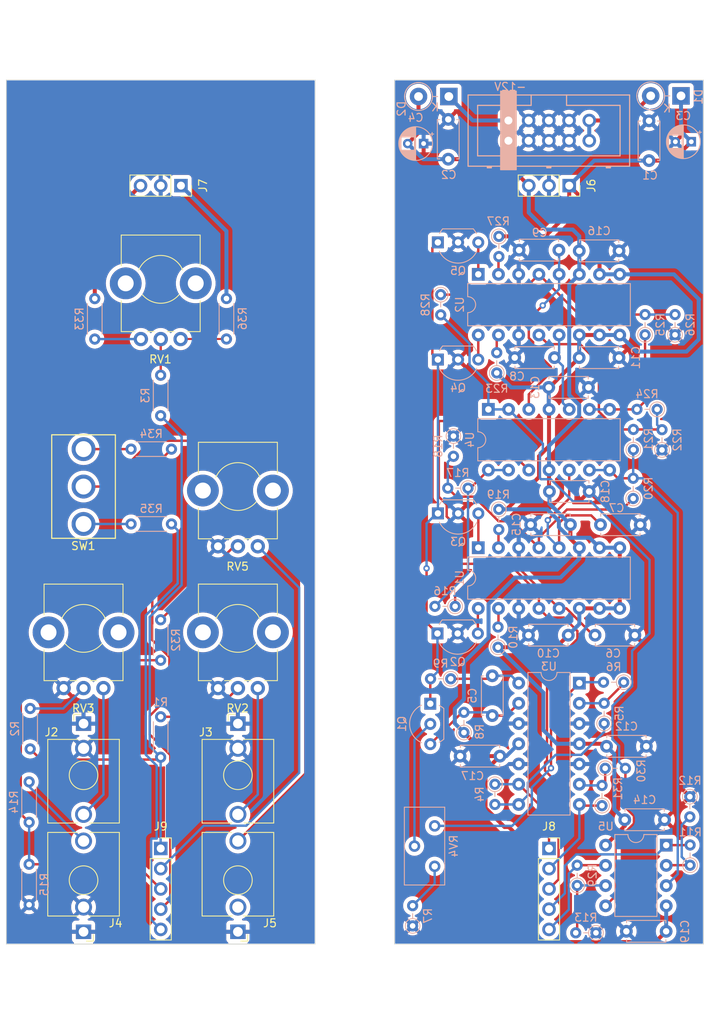
<source format=kicad_pcb>
(kicad_pcb (version 20221018) (generator pcbnew)
  (layers (0 "F.Cu" signal) (31 "B.Cu" signal) (34 "B.Paste" user) (35 "F.Paste" user) (36 "B.SilkS" user "B.Silkscreen") (37 "F.SilkS" user "F.Silkscreen") (38 "B.Mask" user) (39 "F.Mask" user) (44 "Edge.Cuts" user))
  (net 0 "")
  (net 1 "GND")
  (net 2 "+12V")
  (net 3 "-12V")
  (net 5 "Net-(Q1-B)")
  (net 6 "Net-(R33-Pad2)")
  (net 7 "Net-(U1A-DIODE_BIAS)")
  (net 8 "Net-(U1C-DIODE_BIAS)")
  (net 9 "Net-(U2A-DIODE_BIAS)")
  (net 10 "Net-(U2C-DIODE_BIAS)")
  (net 11 "/Exp_Out")
  (net 12 "/Bias_Current")
  (net 13 "/Cout1")
  (net 14 "/Cout2")
  (net 15 "/Cout3")
  (net 16 "/Cout4")
  (net 17 "/12+")
  (net 18 "/12-")
  (net 19 "/CV2")
  (net 20 "/CV1")
  (net 21 "/IN")
  (net 22 "/OUT")
  (net 23 "/Exp_Cout")
  (net 24 "/Amp_C1")
  (net 25 "/Amp_C2")
  (net 26 "/Amp_C3")
  (net 27 "/Amp_C4")
  (net 28 "/CV1_ATN")
  (net 29 "GND1")
  (net 30 "/CV2_ATN")
  (net 31 "/CF_V")
  (net 32 "/CV_FDB")
  (net 33 "/CV_SCLE")
  (net 34 "/1V{slash}Oct")
  (net 35 "/Trim")
  (net 36 "/2P_FDB")
  (net 37 "/4P_FDB")
  (net 38 "+12VA")
  (net 39 "/Buf_Out1")
  (net 40 "/INV2")
  (net 41 "/Buf_Out2")
  (net 42 "/INV3")
  (net 43 "/Buf_Out3")
  (net 44 "/INV4")
  (net 45 "/Buf_Out4")
  (net 46 "/Res_INV")
  (net 47 "-12VA")
  (net 48 "/Res_ATN")
  (net 49 "CV_Sum_Comp")
  (net 50 "Res_Comp")
  (net 51 "Audio_1st_invert_Comp")
  (net 52 "Audio_-12Out_Comp")
  (net 53 "Audio_-24Out_Comp")
  (net 54 "CV_Sum_INT")
  (net 55 "Res_INT")
  (net 56 "Audio_1st_invert_INT")
  (net 57 "Audio_-12Out_INT")
  (net 58 "Audio_-24Out_INT")
  (net 59 "/12out")
  (net 60 "/24out")
  (net 61 "Net-(R36-Pad1)")
  (footprint "Connector_PinSocket_2.54mm:PinSocket_1x05_P2.54mm_Vertical" (layer "F.Cu") (at 185.58 133.77)
    (fp_text reference "J8")
    (fp_text value "Comp2")
  )
  (footprint "Connector_Audio:Jack_3.5mm_QingPu_WQP-PJ398SM_Vertical_CircularHoles" (layer "F.Cu") (at 146.48 118.09)
    (fp_text reference "J3")
    (fp_text value "CV1")
  )
  (footprint "Custom_Footprints.pretty-master:Alpha_9mm_Potentiometer_Aligned" (layer "F.Cu") (at 127.08 106.13)
    (fp_text reference "RV3")
    (fp_text value "100k")
  )
  (footprint "Connector_Audio:Jack_3.5mm_QingPu_WQP-PJ398SM_Vertical_CircularHoles" (layer "F.Cu") (at 127.08 144.23 180)
    (fp_text reference "J4")
    (fp_text value "IN")
  )
  (footprint "Connector_Audio:Jack_3.5mm_QingPu_WQP-PJ398SM_Vertical_CircularHoles" (layer "F.Cu") (at 127.08 118.09)
    (fp_text reference "J2")
    (fp_text value "CV2")
  )
  (footprint "Connector_PinSocket_2.54mm:PinSocket_1x03_P2.54mm_Vertical" (layer "F.Cu") (at 188.12 50.53 -90)
    (fp_text reference "J6")
    (fp_text value "Comp1")
  )
  (footprint "Eurocad:SPDT toggle on-off-on" (layer "F.Cu") (at 127.08 88.32 90)
    (fp_text reference "SW1")
    (fp_text value "SW_SPDT")
  )
  (footprint "Custom_Footprints.pretty-master:Alpha_9mm_Potentiometer_Aligned" (layer "F.Cu") (at 146.48 88.32)
    (fp_text reference "RV5")
    (fp_text value "100k")
  )
  (footprint "Connector_PinSocket_2.54mm:PinSocket_1x03_P2.54mm_Vertical" (layer "F.Cu") (at 139.32 50.53 -90)
    (fp_text reference "J7")
    (fp_text value "Inter1")
  )
  (footprint "Connector_PinSocket_2.54mm:PinSocket_1x05_P2.54mm_Vertical" (layer "F.Cu") (at 136.78 133.77)
    (fp_text reference "J9")
    (fp_text value "Inter2")
  )
  (footprint "Custom_Footprints.pretty-master:Alpha_9mm_Potentiometer_Aligned" (layer "F.Cu") (at 146.48 106.13)
    (fp_text reference "RV2")
    (fp_text value "100k")
  )
  (footprint "Custom_Footprints.pretty-master:Alpha_9mm_Potentiometer_Aligned" (layer "F.Cu") (at 136.78 62.3)
    (fp_text reference "RV1")
    (fp_text value "50k")
  )
  (footprint "Connector_Audio:Jack_3.5mm_QingPu_WQP-PJ398SM_Vertical_CircularHoles" (layer "F.Cu") (at 146.48 144.23 180)
    (fp_text reference "J5")
    (fp_text value "OUT")
  )
  (footprint "Resistor_THT:R_Axial_DIN0204_L3.6mm_D1.6mm_P5.08mm_Horizontal" (layer "B.Cu") (at 120.24 140.83 90)
    (fp_text reference "R15")
    (fp_text value "1k")
  )
  (footprint "Resistor_THT:R_Axial_DIN0204_L3.6mm_D1.6mm_P2.54mm_Vertical" (layer "B.Cu") (at 203.28 127.26 -90)
    (fp_text reference "R12")
    (fp_text value "100k")
  )
  (footprint "Capacitor_THT:C_Disc_D4.7mm_W2.5mm_P5.00mm" (layer "B.Cu") (at 196.37 106.98 180)
    (fp_text reference "C6")
    (fp_text value "100p")
  )
  (footprint "Capacitor_THT:C_Disc_D4.7mm_W2.5mm_P5.00mm" (layer "B.Cu") (at 178.45 112.08 -90)
    (fp_text reference "C5")
    (fp_text value "20p")
  )
  (footprint "Resistor_THT:R_Axial_DIN0204_L3.6mm_D1.6mm_P2.54mm_Vertical" (layer "B.Cu") (at 197.65 69.26 90)
    (fp_text reference "R25")
    (fp_text value "100k")
  )
  (footprint "Capacitor_THT:C_Disc_D4.7mm_W2.5mm_P5.00mm" (layer "B.Cu") (at 172.917182 47.21 90)
    (fp_text reference "C2")
    (fp_text value "0.1u")
  )
  (footprint "Resistor_THT:R_Axial_DIN0204_L3.6mm_D1.6mm_P2.54mm_Vertical" (layer "B.Cu") (at 194.97 112.89 180)
    (fp_text reference "R6")
    (fp_text value "1.87k")
  )
  (footprint "Resistor_THT:R_Axial_DIN0204_L3.6mm_D1.6mm_P2.54mm_Vertical" (layer "B.Cu") (at 201.42 69.26 90)
    (fp_text reference "R26")
    (fp_text value "1k")
  )
  (footprint "Resistor_THT:R_Axial_DIN0204_L3.6mm_D1.6mm_P2.54mm_Vertical" (layer "B.Cu") (at 168.44 143.49 90)
    (fp_text reference "R7")
    (fp_text value "470")
  )
  (footprint "Capacitor_THT:C_Disc_D4.7mm_W2.5mm_P5.00mm" (layer "B.Cu") (at 190.63 88.94 180)
    (fp_text reference "C18")
    (fp_text value "0.1u")
  )
  (footprint "Capacitor_THT:C_Disc_D4.7mm_W2.5mm_P5.00mm" (layer "B.Cu") (at 174.41 122.17)
    (fp_text reference "C17")
    (fp_text value "0.1u")
  )
  (footprint "Package_DIP:DIP-16_W7.62mm" (layer "B.Cu") (at 176.69 61.67 -90)
    (fp_text reference "U2")
    (fp_text value "LM13700")
  )
  (footprint "Resistor_THT:R_Axial_DIN0204_L3.6mm_D1.6mm_P2.54mm_Vertical" (layer "B.Cu") (at 179.17 108.5 90)
    (fp_text reference "R10")
    (fp_text value "150k")
  )
  (footprint "Resistor_THT:R_Axial_DIN0204_L3.6mm_D1.6mm_P2.54mm_Vertical" (layer "B.Cu") (at 173.23 112.46 180)
    (fp_text reference "R9")
    (fp_text value "20k")
  )
  (footprint "Capacitor_THT:C_Disc_D4.7mm_W2.5mm_P5.00mm" (layer "B.Cu") (at 200.1 130.16 180)
    (fp_text reference "C14")
    (fp_text value "0.1u")
  )
  (footprint "Package_DIP:DIP-14_W7.62mm" (layer "B.Cu") (at 177.96 78.63 -90)
    (fp_text reference "U4")
    (fp_text value "TL074")
  )
  (footprint "Diode_THT:D_DO-41_SOD81_P3.81mm_Vertical_KathodeUp" (layer "B.Cu") (at 172.99 39.34 180)
    (fp_text reference "D2")
    (fp_text value "1N5819")
  )
  (footprint "Resistor_THT:R_Axial_DIN0204_L3.6mm_D1.6mm_P5.08mm_Horizontal" (layer "B.Cu") (at 120.37 116.19 -90)
    (fp_text reference "R2")
    (fp_text value "100k")
  )
  (footprint "Resistor_THT:R_Axial_DIN0204_L3.6mm_D1.6mm_P5.08mm_Horizontal" (layer "B.Cu") (at 138.13 83.62 180)
    (fp_text reference "R34")
    (fp_text value "1k")
  )
  (footprint "Resistor_THT:R_Axial_DIN0204_L3.6mm_D1.6mm_P2.54mm_Vertical" (layer "B.Cu") (at 174.89 119.21 90)
    (fp_text reference "R8")
    (fp_text value "1Meg")
  )
  (footprint "Capacitor_THT:C_Disc_D4.7mm_W2.5mm_P5.00mm" (layer "B.Cu") (at 183 106.98)
    (fp_text reference "C10")
    (fp_text value "0.1u")
  )
  (footprint "Resistor_THT:R_Axial_DIN0204_L3.6mm_D1.6mm_P2.54mm_Vertical" (layer "B.Cu") (at 199.78 83.72 90)
    (fp_text reference "R22")
    (fp_text value "1k")
  )
  (footprint "Package_TO_SOT_THT:TO-92L_Inline_Wide" (layer "B.Cu") (at 171.61 57.66)
    (fp_text reference "Q5")
    (fp_text value "2N3906")
  )
  (footprint "Resistor_THT:R_Axial_DIN0204_L3.6mm_D1.6mm_P2.54mm_Vertical" (layer "B.Cu") (at 173.78 103.36 180)
    (fp_text reference "R16")
    (fp_text value "100k")
  )
  (footprint "Resistor_THT:R_Axial_DIN0204_L3.6mm_D1.6mm_P2.54mm_Vertical" (layer "B.Cu") (at 203.31 135.87 90)
    (fp_text reference "R11")
    (fp_text value "1.8k")
  )
  (footprint "Resistor_THT:R_Axial_DIN0204_L3.6mm_D1.6mm_P2.54mm_Vertical" (layer "B.Cu") (at 179.27 91.18 -90)
    (fp_text reference "R19")
    (fp_text value "150k")
  )
  (footprint "Resistor_THT:R_Axial_DIN0204_L3.6mm_D1.6mm_P5.08mm_Horizontal" (layer "B.Cu") (at 136.77 110.13 90)
    (fp_text reference "R32")
    (fp_text value "220k")
  )
  (footprint "Package_DIP:DIP-8_W7.62mm" (layer "B.Cu") (at 200.31 133.35 180)
    (fp_text reference "U5")
    (fp_text value "TL072")
  )
  (footprint "Capacitor_THT:C_Disc_D4.7mm_W2.5mm_P5.00mm" (layer "B.Cu") (at 190.54 75.87 180)
    (fp_text reference "C13")
    (fp_text value "0.1u")
  )
  (footprint "Capacitor_THT:C_Disc_D4.7mm_W2.5mm_P5.00mm" (layer "B.Cu") (at 197.81 120.94 180)
    (fp_text reference "C12")
    (fp_text value "0.1u")
  )
  (footprint "Package_TO_SOT_THT:TO-92L_Inline_Wide" (layer "B.Cu") (at 170.66 115.59 -90)
    (fp_text reference "Q1")
    (fp_text value "2N3906")
  )
  (footprint "Capacitor_THT:C_Disc_D4.7mm_W2.5mm_P5.00mm" (layer "B.Cu") (at 195.3 144.17)
    (fp_text reference "C19")
    (fp_text value "0.1u")
  )
  (footprint "Capacitor_THT:CP_Radial_D4.0mm_P2.00mm" (layer "B.Cu") (at 203.459782 45.02 180)
    (fp_text reference "C3")
    (fp_text value "47u")
  )
  (footprint "Capacitor_THT:C_Disc_D4.7mm_W2.5mm_P5.00mm" (layer "B.Cu") (at 181.27 72.13)
    (fp_text reference "C8")
    (fp_text value "100p")
  )
  (footprint "Resistor_THT:R_Axial_DIN0204_L3.6mm_D1.6mm_P5.08mm_Horizontal" (layer "B.Cu") (at 120.24 125.4 -90)
    (fp_text reference "R14")
    (fp_text value "100k")
  )
  (footprint "Resistor_THT:R_Axial_DIN0204_L3.6mm_D1.6mm_P2.54mm_Vertical" (layer "B.Cu") (at 196.18 83.69 90)
    (fp_text reference "R21")
    (fp_text value "100k")
  )
  (footprint "Custom_Footprints.pretty-master:Eurorack_10_pin_header" (layer "B.Cu") (at 180.48 42.35)
    (fp_text reference "J1" hide)
    (fp_text value "Eurorack 10 DIP Header")
  )
  (footprint "Package_TO_SOT_THT:TO-92L_Inline_Wide" (layer "B.Cu") (at 171.61 72.37)
    (fp_text reference "Q4")
    (fp_text value "2N3906")
  )
  (footprint "Capacitor_THT:C_Disc_D4.7mm_W2.5mm_P5.00mm" (layer "B.Cu") (at 194.37 72.13 180)
    (fp_text reference "C11")
    (fp_text value "0.1u")
  )
  (footprint "Potentiometer_THT:Potentiometer_Bourns_3296Y_Vertical" (layer "B.Cu") (at 171.21 130.93 90)
    (fp_text reference "RV4")
    (fp_text value "100")
  )
  (footprint "Capacitor_THT:C_Disc_D4.7mm_W2.5mm_P5.00mm" (layer "B.Cu") (at 181.82 58.63)
    (fp_text reference "C9")
    (fp_text value "100p")
  )
  (footprint "Resistor_THT:R_Axial_DIN0204_L3.6mm_D1.6mm_P2.54mm_Vertical" (layer "B.Cu") (at 173.57 81.98 -90)
    (fp_text reference "R18")
    (fp_text value "1k")
  )
  (footprint "Package_DIP:DIP-14_W7.62mm" (layer "B.Cu") (at 189.39 113 180)
    (fp_text reference "U3")
    (fp_text value "TL074")
  )
  (footprint "Capacitor_THT:C_Disc_D4.7mm_W2.5mm_P5.00mm" (layer "B.Cu") (at 197.05 93.11 180)
    (fp_text reference "C7")
    (fp_text value "100p")
  )
  (footprint "Capacitor_THT:CP_Radial_D4.0mm_P2.00mm" (layer "B.Cu") (at 169.819782 45.25 180)
    (fp_text reference "C4")
    (fp_text value "47u")
  )
  (footprint "Resistor_THT:R_Axial_DIN0204_L3.6mm_D1.6mm_P2.54mm_Vertical" (layer "B.Cu") (at 192.51 118.07 90)
    (fp_text reference "R5")
    (fp_text value "100k")
  )
  (footprint "Resistor_THT:R_Axial_DIN0204_L3.6mm_D1.6mm_P5.08mm_Horizontal" (layer "B.Cu") (at 138.13 93.02 180)
    (fp_text reference "R35")
    (fp_text value "1k")
  )
  (footprint "Capacitor_THT:C_Disc_D4.7mm_W2.5mm_P5.00mm" (layer "B.Cu") (at 194.38 58.72 180)
    (fp_text reference "C16")
    (fp_text value "0.1u")
  )
  (footprint "Diode_THT:D_DO-41_SOD81_P3.81mm_Vertical_KathodeUp" (layer "B.Cu") (at 202.17 39.26 180)
    (fp_text reference "D1")
    (fp_text value "1N5819")
  )
  (footprint "Resistor_THT:R_Axial_DIN0204_L3.6mm_D1.6mm_P2.54mm_Vertical" (layer "B.Cu") (at 191.48 144.36 180)
    (fp_text reference "R13")
    (fp_text value "100k")
  )
  (footprint "Capacitor_THT:C_Disc_D4.7mm_W2.5mm_P5.00mm" (layer "B.Cu") (at 198.147182 42.39 -90)
    (fp_text reference "C1")
    (fp_text value "0.1u")
  )
  (footprint "Resistor_THT:R_Axial_DIN0204_L3.6mm_D1.6mm_P2.54mm_Vertical" (layer "B.Cu") (at 175.4 88.52 180)
    (fp_text reference "R17")
    (fp_text value "100k")
  )
  (footprint "Resistor_THT:R_Axial_DIN0204_L3.6mm_D1.6mm_P2.54mm_Vertical" (layer "B.Cu") (at 192.24 128.39 90)
    (fp_text reference "R31")
    (fp_text value "100k")
  )
  (footprint "Resistor_THT:R_Axial_DIN0204_L3.6mm_D1.6mm_P5.08mm_Horizontal" (layer "B.Cu") (at 145.04 69.79 90)
    (fp_text reference "R36")
    (fp_text value "27k")
  )
  (footprint "Capacitor_THT:C_Disc_D4.7mm_W2.5mm_P5.00mm" (layer "B.Cu") (at 183.27 93.1)
    (fp_text reference "C15")
    (fp_text value "0.1u")
  )
  (footprint "Resistor_THT:R_Axial_DIN0204_L3.6mm_D1.6mm_P2.54mm_Vertical" (layer "B.Cu") (at 179.01 74.05 90)
    (fp_text reference "R23")
    (fp_text value "150k")
  )
  (footprint "Resistor_THT:R_Axial_DIN0204_L3.6mm_D1.6mm_P2.54mm_Vertical" (layer "B.Cu") (at 199.17 78.62 180)
    (fp_text reference "R24")
    (fp_text value "100k")
  )
  (footprint "Resistor_THT:R_Axial_DIN0204_L3.6mm_D1.6mm_P2.54mm_Vertical" (layer "B.Cu") (at 179.28 56.9 -90)
    (fp_text reference "R27")
    (fp_text value "150k")
  )
  (footprint "Package_TO_SOT_THT:TO-92L_Inline_Wide" (layer "B.Cu") (at 171.62 91.69)
    (fp_text reference "Q3")
    (fp_text value "2N3906")
  )
  (footprint "Resistor_THT:R_Axial_DIN0204_L3.6mm_D1.6mm_P5.08mm_Horizontal" (layer "B.Cu") (at 136.77 117.23 -90)
    (fp_text reference "R1")
    (fp_text value "100k")
  )
  (footprint "Package_DIP:DIP-16_W7.62mm" (layer "B.Cu") (at 176.69 96 -90)
    (fp_text reference "U1")
    (fp_text value "LM13700")
  )
  (footprint "Resistor_THT:R_Axial_DIN0204_L3.6mm_D1.6mm_P2.54mm_Vertical" (layer "B.Cu") (at 189.12 138.41 90)
    (fp_text reference "R29")
    (fp_text value "3.9k")
  )
  (footprint "Resistor_THT:R_Axial_DIN0204_L3.6mm_D1.6mm_P2.54mm_Vertical" (layer "B.Cu") (at 196.16 89.82 90)
    (fp_text reference "R20")
    (fp_text value "100k")
  )
  (footprint "Resistor_THT:R_Axial_DIN0204_L3.6mm_D1.6mm_P5.08mm_Horizontal" (layer "B.Cu") (at 128.49 64.72 -90)
    (fp_text reference "R33")
    (fp_text value "27k")
  )
  (footprint "Resistor_THT:R_Axial_DIN0204_L3.6mm_D1.6mm_P2.54mm_Vertical" (layer "B.Cu") (at 178.78 125.7 -90)
    (fp_text reference "R4")
    (fp_text value "100k")
  )
  (footprint "Resistor_THT:R_Axial_DIN0204_L3.6mm_D1.6mm_P2.54mm_Vertical" (layer "B.Cu") (at 192.64 123.7)
    (fp_text reference "R30")
    (fp_text value "10k")
  )
  (footprint "Package_TO_SOT_THT:TO-92L_Inline_Wide" (layer "B.Cu") (at 171.56 106.77)
    (fp_text reference "Q2")
    (fp_text value "2N3906")
  )
  (footprint "Resistor_THT:R_Axial_DIN0204_L3.6mm_D1.6mm_P5.08mm_Horizontal" (layer "B.Cu") (at 136.77 74.34 -90)
    (fp_text reference "R3")
    (fp_text value "100k")
  )
  (footprint "Resistor_THT:R_Axial_DIN0204_L3.6mm_D1.6mm_P2.54mm_Vertical" (layer "B.Cu") (at 171.97 64.22 -90)
    (fp_text reference "R28")
    (fp_text value "100k")
  )
  (gr_line (start 117.38 37.27) (end 117.38 145.77) (stroke (width 0.1)) (layer "Edge.Cuts"))
  (gr_line (start 166.18 37.27) (end 204.98 37.27) (stroke (width 0.1)) (layer "Edge.Cuts"))
  (gr_line (start 166.18 145.77) (end 204.98 145.77) (stroke (width 0.1)) (layer "Edge.Cuts"))
  (gr_line (start 156.18 145.77) (end 156.18 37.27) (stroke (width 0.1)) (layer "Edge.Cuts"))
  (gr_line (start 204.98 145.77) (end 204.98 37.27) (stroke (width 0.1)) (layer "Edge.Cuts"))
  (gr_line (start 166.18 37.27) (end 166.18 145.77) (stroke (width 0.1)) (layer "Edge.Cuts"))
  (gr_line (start 117.38 145.77) (end 156.18 145.77) (stroke (width 0.1)) (layer "Edge.Cuts"))
  (gr_line (start 117.38 37.27) (end 156.18 37.27) (stroke (width 0.1)) (layer "Edge.Cuts"))
  (segment (start 194.47 103.62) (end 194.47 96) (width 0.5) (layer "F.Cu") (net 2))
  (segment (start 184.33 87.109949) (end 184.33 84.52) (width 0.5) (layer "F.Cu") (net 2))
  (segment (start 192.49 120.62) (end 192.81 120.94) (width 0.5) (layer "F.Cu") (net 2))
  (segment (start 180.259949 91.18) (end 184.33 87.109949) (width 0.5) (layer "F.Cu") (net 2))
  (segment (start 198.147182 47.39) (end 201.089782 47.39) (width 0.5) (layer "F.Cu") (net 2))
  (segment (start 195.1 130.94) (end 192.69 133.35) (width 0.5) (layer "F.Cu") (net 2))
  (segment (start 185.58 83.25) (end 185.58 78.63) (width 0.5) (layer "F.Cu") (net 2))
  (segment (start 185.1 56.9) (end 188.12 53.88) (width 0.5) (layer "F.Cu") (net 2))
  (segment (start 189.39 120.62) (end 192.49 120.62) (width 0.5) (layer "F.Cu") (net 2))
  (segment (start 189.39 103.62) (end 191.93 103.62) (width 0.5) (layer "F.Cu") (net 2))
  (segment (start 191.93 61.67) (end 191.93 54.34) (width 0.5) (layer "F.Cu") (net 2))
  (segment (start 188.12 53.88) (end 188.12 50.53) (width 0.5) (layer "F.Cu") (net 2))
  (segment (start 186.48 108.5) (end 179.17 108.5) (width 0.5) (layer "F.Cu") (net 2))
  (segment (start 189.37 72.13) (end 185.63 75.87) (width 0.5) (layer "F.Cu") (net 2))
  (segment (start 179.28 56.9) (end 185.1 56.9) (width 0.5) (layer "F.Cu") (net 2))
  (segment (start 201.089782 47.39) (end 203.459782 45.02) (width 0.5) (layer "F.Cu") (net 2))
  (segment (start 191.93 54.34) (end 188.12 50.53) (width 0.5) (layer "F.Cu") (net 2))
  (segment (start 179.27 91.18) (end 180.259949 91.18) (width 0.5) (layer "F.Cu") (net 2))
  (segment (start 189.39 69.29) (end 191.93 69.29) (width 0.5) (layer "F.Cu") (net 2))
  (segment (start 195.1 130.16) (end 195.1 130.94) (width 0.5) (layer "F.Cu") (net 2))
  (segment (start 188 106.98) (end 186.48 108.5) (width 0.5) (layer "F.Cu") (net 2))
  (segment (start 184.32 84.51) (end 185.58 83.25) (width 0.5) (layer "F.Cu") (net 2))
  (segment (start 185.63 75.87) (end 185.54 75.87) (width 0.5) (layer "F.Cu") (net 2))
  (segment (start 185.54 75.87) (end 180.83 75.87) (width 0.5) (layer "B.Cu") (net 2))
  (segment (start 184.87 118.91) (end 184.87 114.2) (width 0.5) (layer "B.Cu") (net 2))
  (segment (start 189.39 120.62) (end 186.58 120.62) (width 0.5) (layer "B.Cu") (net 2))
  (segment (start 191.93 103.62) (end 194.47 103.62) (width 0.5) (layer "B.Cu") (net 2))
  (segment (start 180.83 75.87) (end 179.01 74.05) (width 0.5) (layer "B.Cu") (net 2))
  (segment (start 191.26 47.39) (end 188.12 50.53) (width 0.5) (layer "B.Cu") (net 2))
  (segment (start 184.87 114.2) (end 179.17 108.5) (width 0.5) (layer "B.Cu") (net 2))
  (segment (start 185.36005 91.18) (end 179.27 91.18) (width 0.5) (layer "B.Cu") (net 2))
  (segment (start 185.54 75.87) (end 185.54 78.59) (width 0.5) (layer "B.Cu") (net 2))
  (segment (start 185.54 78.59) (end 185.58 78.63) (width 0.5) (layer "B.Cu") (net 2))
  (segment (start 186.820025 92.639975) (end 185.36005 91.18) (width 0.5) (layer "B.Cu") (net 2))
  (segment (start 202.86 71.37) (end 204.39 69.84) (width 0.5) (layer "B.Cu") (net 2))
  (segment (start 190.68 94.75) (end 188.152233 94.75) (width 0.5) (layer "B.Cu") (net 2))
  (segment (start 192.81 120.94) (end 193.79 121.92) (width 0.5) (layer "B.Cu") (net 2))
  (segment (start 202.17 39.26) (end 202.17 43.730218) (width 0.5) (layer "B.Cu") (net 2))
  (segment (start 191.93 69.29) (end 194.47 69.29) (width 0.5) (layer "B.Cu") (net 2))
  (segment (start 186.58 120.62) (end 184.87 118.91) (width 0.5) (layer "B.Cu") (net 2))
  (segment (start 186.820025 93.417792) (end 186.820025 92.639975) (width 0.5) (layer "B.Cu") (net 2))
  (segment (start 202.17 43.730218) (end 203.459782 45.02) (width 0.5) (layer "B.Cu") (net 2))
  (segment (start 194.47 61.67) (end 191.93 61.67) (width 0.5) (layer "B.Cu") (net 2))
  (segment (start 189.37 69.31) (end 189.39 69.29) (width 0.5) (layer "B.Cu") (net 2))
  (segment (start 204.44 64.83) (end 201.28 61.67) (width 0.5) (layer "B.Cu") (net 2))
  (segment (start 191.93 96) (end 190.68 94.75) (width 0.5) (layer "B.Cu") (net 2))
  (segment (start 191.93 96) (end 194.47 96) (width 0.5) (layer "B.Cu") (net 2))
  (segment (start 189.39 103.62) (end 189.39 105.59) (width 0.5) (layer "B.Cu") (net 2))
  (segment (start 188.152233 94.75) (end 186.820025 93.417792) (width 0.5) (layer "B.Cu") (net 2))
  (segment (start 204.39 69.84) (end 204.39 64.88) (width 0.5) (layer "B.Cu") (net 2))
  (segment (start 204.39 64.88) (end 204.44 64.83) (width 0.5) (layer "B.Cu") (net 2))
  (segment (start 201.28 61.67) (end 194.47 61.67) (width 0.5) (layer "B.Cu") (net 2))
  (segment (start 194.47 69.29) (end 196.55 71.37) (width 0.5) (layer "B.Cu") (net 2))
  (segment (start 198.147182 47.39) (end 191.26 47.39) (width 0.5) (layer "B.Cu") (net 2))
  (segment (start 189.39 105.59) (end 188 106.98) (width 0.5) (layer "B.Cu") (net 2))
  (segment (start 193.79 121.92) (end 193.79 128.85) (width 0.5) (layer "B.Cu") (net 2))
  (segment (start 189.37 72.13) (end 189.37 69.31) (width 0.5) (layer "B.Cu") (net 2))
  (segment (start 196.55 71.37) (end 202.86 71.37) (width 0.5) (layer "B.Cu") (net 2))
  (segment (start 193.79 128.85) (end 195.1 130.16) (width 0.5) (layer "B.Cu") (net 2))
  (segment (start 169.18 39.34) (end 169.18 43.889782) (width 0.5) (layer "F.Cu") (net 3))
  (segment (start 172.917182 47.21) (end 179.72 47.21) (width 0.5) (layer "F.Cu") (net 3))
  (segment (start 179.72 47.21) (end 183.04 50.53) (width 0.5) (layer "F.Cu") (net 3))
  (segment (start 188.27 94.88) (end 189.39 96) (width 0.5) (layer "F.Cu") (net 3))
  (segment (start 177.6 128.686346) (end 177.6 123.98) (width 0.5) (layer "F.Cu") (net 3))
  (segment (start 185.58 88.89) (end 185.63 88.94) (width 0.5) (layer "F.Cu") (net 3))
  (segment (start 185.58 86.25) (end 185.58 88.89) (width 0.5) (layer "F.Cu") (net 3))
  (segment (start 198.95 145.52) (end 200.3 144.17) (width 0.5) (layer "F.Cu") (net 3))
  (segment (start 179.983654 131.07) (end 177.6 128.686346) (width 0.5) (layer "F.Cu") (net 3))
  (segment (start 177.6 123.98) (end 179.41 122.17) (width 0.5) (layer "F.Cu") (net 3))
  (segment (start 183.785 144.825) (end 184.48 145.52) (width 0.5) (layer "F.Cu") (net 3))
  (segment (start 183.785 134.335) (end 180.52 131.07) (width 0.5) (layer "F.Cu") (net 3))
  (segment (start 177.85 122.17) (end 174.89 119.21) (width 0.5) (layer "F.Cu") (net 3))
  (segment (start 179.41 122.17) (end 177.85 122.17) (width 0.5) (layer "F.Cu") (net 3))
  (segment (start 183.785 144.825) (end 183.785 134.335) (width 0.5) (layer "F.Cu") (net 3))
  (segment (start 188.27 93.1) (end 188.27 94.88) (width 0.5) (layer "F.Cu") (net 3))
  (segment (start 169.18 43.889782) (end 167.819782 45.25) (width 0.5) (layer "F.Cu") (net 3))
  (segment (start 180.52 131.07) (end 179.983654 131.07) (width 0.5) (layer "F.Cu") (net 3))
  (segment (start 184.48 145.52) (end 198.95 145.52) (width 0.5) (layer "F.Cu") (net 3))
  (segment (start 189.37 79.41) (end 189.37 78.072233) (width 0.5) (layer "B.Cu") (net 3))
  (segment (start 187.02 99.75) (end 181.3 99.75) (width 0.5) (layer "B.Cu") (net 3))
  (segment (start 181.3 99.75) (end 177.98 103.07) (width 0.5) (layer "B.Cu") (net 3))
  (segment (start 188.56 56.05) (end 189.38 56.87) (width 0.5) (layer "B.Cu") (net 3))
  (segment (start 169.779782 47.21) (end 172.917182 47.21) (width 0.5) (layer "B.Cu") (net 3))
  (segment (start 189.37 78.072233) (end 188.12 76.822233) (width 0.5) (layer "B.Cu") (net 3))
  (segment (start 189.39 97.38) (end 187.02 99.75) (width 0.5) (layer "B.Cu") (net 3))
  (segment (start 200.31 140.97) (end 200.31 144.16) (width 0.5) (layer "B.Cu") (net 3))
  (segment (start 183.04 53.93) (end 185.16 56.05) (width 0.5) (layer "B.Cu") (net 3))
  (segment (start 188.12 62.94) (end 189.39 61.67) (width 0.5) (layer "B.Cu") (net 3))
  (segment (start 180.22 122.17) (end 181.77 120.62) (width 0.5) (layer "B.Cu") (net 3))
  (segment (start 177.98 107.29) (end 174.89 110.38) (width 0.5) (layer "B.Cu") (net 3))
  (segment (start 173.74 118.06) (end 174.89 119.21) (width 0.5) (layer "B.Cu") (net 3))
  (segment (start 185.63 90.46) (end 188.27 93.1) (width 0.5) (layer "B.Cu") (net 3))
  (segment (start 177.98 103.07) (end 177.98 107.29) (width 0.5) (layer "B.Cu") (net 3))
  (segment (start 189.38 56.87) (end 189.38 58.72) (width 0.5) (layer "B.Cu") (net 3))
  (segment (start 189.39 96) (end 189.39 97.38) (width 0.5) (layer "B.Cu") (net 3))
  (segment (start 185.58 86.25) (end 185.58 83.2) (width 0.5) (layer "B.Cu") (net 3))
  (segment (start 189.39 61.67) (end 189.39 58.73) (width 0.5) (layer "B.Cu") (net 3))
  (segment (start 200.31 144.16) (end 200.3 144.17) (width 0.5) (layer "B.Cu") (net 3))
  (segment (start 179.41 122.17) (end 180.22 122.17) (width 0.5) (layer "B.Cu") (net 3))
  (segment (start 185.58 83.2) (end 189.37 79.41) (width 0.5) (layer "B.Cu") (net 3))
  (segment (start 173.74 116.193654) (end 173.74 118.06) (width 0.5) (layer "B.Cu") (net 3))
  (segment (start 183.04 50.53) (end 183.04 53.93) (width 0.5) (layer "B.Cu") (net 3))
  (segment (start 185.63 88.94) (end 185.63 90.46) (width 0.5) (layer "B.Cu") (net 3))
  (segment (start 185.16 56.05) (end 188.56 56.05) (width 0.5) (layer "B.Cu") (net 3))
  (segment (start 188.12 76.822233) (end 188.12 62.94) (width 0.5) (layer "B.Cu") (net 3))
  (segment (start 189.39 58.73) (end 189.38 58.72) (width 0.5) (layer "B.Cu") (net 3))
  (segment (start 167.819782 45.25) (end 169.779782 47.21) (width 0.5) (layer "B.Cu") (net 3))
  (segment (start 174.89 115.043654) (end 173.74 116.193654) (width 0.5) (layer "B.Cu") (net 3))
  (segment (start 174.89 110.38) (end 174.89 115.043654) (width 0.5) (layer "B.Cu") (net 3))
  (segment (start 168.67 133.47) (end 168.67 120.12) (width 0.3) (layer "B.Cu") (net 5))
  (segment (start 168.67 120.12) (end 170.66 118.13) (width 0.3) (layer "B.Cu") (net 5))
  (segment (start 134.28 69.8) (end 128.49 69.8) (width 0.3) (layer "B.Cu") (net 6))
  (segment (start 179.23 103.62) (end 179.23 105.9) (width 0.3) (layer "F.Cu") (net 7))
  (segment (start 179.23 105.9) (end 179.17 105.96) (width 0.3) (layer "F.Cu") (net 7))
  (segment (start 179.23 96) (end 179.23 93.76) (width 0.3) (layer "F.Cu") (net 8))
  (segment (start 179.23 93.76) (end 179.27 93.72) (width 0.3) (layer "F.Cu") (net 8))
  (segment (start 179.01 71.51) (end 179.01 69.51) (width 0.3) (layer "F.Cu") (net 9))
  (segment (start 179.01 69.51) (end 179.23 69.29) (width 0.3) (layer "F.Cu") (net 9))
  (segment (start 179.23 61.67) (end 179.23 59.49) (width 0.3) (layer "F.Cu") (net 10))
  (segment (start 179.23 59.49) (end 179.28 59.44) (width 0.3) (layer "F.Cu") (net 10))
  (segment (start 178.07 112.46) (end 178.45 112.08) (width 0.3) (layer "F.Cu") (net 11))
  (segment (start 173.23 112.46) (end 178.07 112.46) (width 0.3) (layer "F.Cu") (net 11))
  (segment (start 180.85 112.08) (end 181.77 113) (width 0.3) (layer "B.Cu") (net 11))
  (segment (start 178.45 112.08) (end 180.85 112.08) (width 0.3) (layer "B.Cu") (net 11))
  (segment (start 178.45 117.08) (end 180.23 117.08) (width 0.3) (layer "F.Cu") (net 12))
  (segment (start 180.23 117.08) (end 181.77 115.54) (width 0.3) (layer "F.Cu") (net 12))
  (segment (start 174.66 116.67) (end 174.89 116.67) (width 0.3) (layer "F.Cu") (net 12))
  (segment (start 170.66 120.67) (end 174.66 116.67) (width 0.3) (layer "F.Cu") (net 12))
  (segment (start 174.89 116.67) (end 178.04 116.67) (width 0.3) (layer "B.Cu") (net 12))
  (segment (start 178.04 116.67) (end 178.45 117.08) (width 0.3) (layer "B.Cu") (net 12))
  (segment (start 191.123654 106.98) (end 187.763654 103.62) (width 0.3) (layer "F.Cu") (net 13))
  (segment (start 179.235 82.445) (end 177.265 82.445) (width 0.3) (layer "F.Cu") (net 13))
  (segment (start 172.72 90.59) (end 172.72 92.082894) (width 0.3) (layer "F.Cu") (net 13))
  (segment (start 171.73 89.6) (end 172.72 90.59) (width 0.3) (layer "F.Cu") (net 13))
  (segment (start 175.46 80.09) (end 171.84 80.09) (width 0.3) (layer "F.Cu") (net 13))
  (segment (start 171.73 80.2) (end 171.73 89.6) (width 0.3) (layer "F.Cu") (net 13))
  (segment (start 173.23 98.02) (end 181.25 98.02) (width 0.3) (layer "F.Cu") (net 13))
  (segment (start 177.265 82.445) (end 175.46 80.64) (width 0.3) (layer "F.Cu") (net 13))
  (segment (start 173.23 92.592894) (end 173.23 98.02) (width 0.3) (layer "F.Cu") (net 13))
  (segment (start 187.763654 103.62) (end 186.85 103.62) (width 0.3) (layer "F.Cu") (net 13))
  (segment (start 172.72 92.082894) (end 173.23 92.592894) (width 0.3) (layer "F.Cu") (net 13))
  (segment (start 175.46 80.64) (end 175.46 80.09) (width 0.3) (layer "F.Cu") (net 13))
  (segment (start 191.37 106.98) (end 191.123654 106.98) (width 0.3) (layer "F.Cu") (net 13))
  (segment (start 183.04 86.25) (end 179.235 82.445) (width 0.3) (layer "F.Cu") (net 13))
  (segment (start 181.25 98.02) (end 186.85 103.62) (width 0.3) (layer "F.Cu") (net 13))
  (segment (start 171.84 80.09) (end 171.73 80.2) (width 0.3) (layer "F.Cu") (net 13))
  (segment (start 186.85 92.893654) (end 187.803654 91.94) (width 0.3) (layer "F.Cu") (net 14))
  (segment (start 188.12 89.823654) (end 188.096827 89.846827) (width 0.3) (layer "F.Cu") (net 14))
  (segment (start 190.88 91.94) (end 192.05 93.11) (width 0.3) (layer "F.Cu") (net 14))
  (segment (start 188.12 86.25) (end 188.12 89.823654) (width 0.3) (layer "F.Cu") (net 14))
  (segment (start 186.85 96) (end 186.85 92.893654) (width 0.3) (layer "F.Cu") (net 14))
  (segment (start 185.428297 92.515357) (end 185.428297 92.548297) (width 0.3) (layer "F.Cu") (net 14))
  (segment (start 187.803654 91.94) (end 190.88 91.94) (width 0.3) (layer "F.Cu") (net 14))
  (segment (start 188.096827 89.846827) (end 185.428297 92.515357) (width 0.3) (layer "F.Cu") (net 14))
  (via (at 185.428297 92.548297) (size 0.8) (drill 0.4) (layers "F.Cu" "B.Cu") (net 14))
  (segment (start 185.428297 92.548297) (end 185.428297 94.578297) (width 0.3) (layer "B.Cu") (net 14))
  (segment (start 185.428297 94.578297) (end 186.85 96) (width 0.3) (layer "B.Cu") (net 14))
  (segment (start 187.320001 73.180001) (end 186.27 72.13) (width 0.3) (layer "B.Cu") (net 15))
  (segment (start 188.12 78.63) (end 187.320001 77.830001) (width 0.3) (layer "B.Cu") (net 15))
  (segment (start 186.85 71.55) (end 186.27 72.13) (width 0.3) (layer "B.Cu") (net 15))
  (segment (start 187.320001 77.830001) (end 187.320001 73.180001) (width 0.3) (layer "B.Cu") (net 15))
  (segment (start 186.85 69.29) (end 186.85 71.55) (width 0.3) (layer "B.Cu") (net 15))
  (segment (start 183.04 67.33) (end 184.79 65.58) (width 0.3) (layer "F.Cu") (net 16))
  (segment (start 183.586827 71.073173) (end 183.586827 70.193173) (width 0.3) (layer "F.Cu") (net 16))
  (segment (start 185.793654 73.99) (end 185.793654 73.28) (width 0.3) (layer "F.Cu") (net 16))
  (segment (start 185.793654 73.28) (end 183.586827 71.073173) (width 0.3) (layer "F.Cu") (net 16))
  (segment (start 183.04 76.743654) (end 185.793654 73.99) (width 0.3) (layer "F.Cu") (net 16))
  (segment (start 183.586827 70.193173) (end 183.04 69.646346) (width 0.3) (layer "F.Cu") (net 16))
  (segment (start 183.04 78.63) (end 183.04 76.743654) (width 0.3) (layer "F.Cu") (net 16))
  (segment (start 183.04 69.646346) (end 183.04 67.33) (width 0.3) (layer "F.Cu") (net 16))
  (via (at 184.79 65.58) (size 0.8) (drill 0.4) (layers "F.Cu" "B.Cu") (net 16))
  (segment (start 186.85 58.66) (end 186.82 58.63) (width 0.3) (layer "B.Cu") (net 16))
  (segment (start 186.85 61.67) (end 186.85 58.66) (width 0.3) (layer "B.Cu") (net 16))
  (segment (start 186.85 63.52) (end 186.85 61.67) (width 0.3) (layer "B.Cu") (net 16))
  (segment (start 184.79 65.58) (end 186.85 63.52) (width 0.3) (layer "B.Cu") (net 16))
  (segment (start 190.64 42.35) (end 195.27 42.35) (width 0.5) (layer "F.Cu") (net 17))
  (segment (start 195.27 42.35) (end 198.36 39.26) (width 0.5) (layer "F.Cu") (net 17))
  (segment (start 190.64 42.35) (end 190.64 44.89) (width 0.5) (layer "B.Cu") (net 17))
  (segment (start 180.48 42.35) (end 180.48 44.89) (width 0.5) (layer "F.Cu") (net 18))
  (segment (start 180.48 42.35) (end 176 42.35) (width 0.5) (layer "B.Cu") (net 18))
  (segment (start 176 42.35) (end 172.99 39.34) (width 0.5) (layer "B.Cu") (net 18))
  (segment (start 127.08 129.49) (end 129.58 126.99) (width 0.3) (layer "B.Cu") (net 19))
  (segment (start 129.58 126.99) (end 129.58 113.63) (width 0.3) (layer "B.Cu") (net 19))
  (segment (start 148.98 126.99) (end 148.98 113.63) (width 0.3) (layer "B.Cu") (net 20))
  (segment (start 146.48 129.49) (end 148.98 126.99) (width 0.3) (layer "B.Cu") (net 20))
  (segment (start 127.08 132.83) (end 120.24 125.99) (width 0.3) (layer "B.Cu") (net 21))
  (segment (start 120.24 125.99) (end 120.24 125.4) (width 0.3) (layer "B.Cu") (net 21))
  (segment (start 146.48 132.83) (end 154.95 124.36) (width 0.3) (layer "F.Cu") (net 22))
  (segment (start 135.584925 82.57) (end 129.834925 88.32) (width 0.3) (layer "F.Cu") (net 22))
  (segment (start 129.834925 88.32) (end 127.08 88.32) (width 0.3) (layer "F.Cu") (net 22))
  (segment (start 154.95 124.36) (end 154.95 87.63) (width 0.3) (layer "F.Cu") (net 22))
  (segment (start 154.95 87.63) (end 149.89 82.57) (width 0.3) (layer "F.Cu") (net 22))
  (segment (start 149.89 82.57) (end 135.584925 82.57) (width 0.3) (layer "F.Cu") (net 22))
  (segment (start 171.61 72.37) (end 170.92 71.68) (width 0.3) (layer "F.Cu") (net 23))
  (segment (start 170.92 58.35) (end 171.61 57.66) (width 0.3) (layer "F.Cu") (net 23))
  (segment (start 170.92 71.68) (end 170.92 58.35) (width 0.3) (layer "F.Cu") (net 23))
  (segment (start 170.19 105.4) (end 170.19 98.59) (width 0.3) (layer "F.Cu") (net 23))
  (segment (start 170.66 115.59) (end 170.66 112.49) (width 0.3) (layer "F.Cu") (net 23))
  (segment (start 171.56 106.77) (end 170.19 105.4) (width 0.3) (layer "F.Cu") (net 23))
  (segment (start 170.66 112.49) (end 170.69 112.46) (width 0.3) (layer "F.Cu") (net 23))
  (via (at 170.19 98.59) (size 0.8) (drill 0.4) (layers "F.Cu" "B.Cu") (net 23))
  (segment (start 171.46 91.69) (end 171.62 91.69) (width 0.3) (layer "B.Cu") (net 23))
  (segment (start 171.62 72.38) (end 171.61 72.37) (width 0.3) (layer "B.Cu") (net 23))
  (segment (start 171.62 91.69) (end 171.62 72.38) (width 0.3) (layer "B.Cu") (net 23))
  (segment (start 171.56 111.59) (end 170.69 112.46) (width 0.3) (layer "B.Cu") (net 23))
  (segment (start 170.19 98.59) (end 170.19 92.96) (width 0.3) (layer "B.Cu") (net 23))
  (segment (start 171.56 106.77) (end 171.56 111.59) (width 0.3) (layer "B.Cu") (net 23))
  (segment (start 170.19 92.96) (end 171.46 91.69) (width 0.3) (layer "B.Cu") (net 23))
  (segment (start 176.64 106.77) (end 176.64 103.67) (width 0.3) (layer "F.Cu") (net 24))
  (segment (start 176.64 103.67) (end 176.69 103.62) (width 0.3) (layer "F.Cu") (net 24))
  (segment (start 176.7 95.99) (end 176.69 96) (width 0.3) (layer "F.Cu") (net 25))
  (segment (start 176.7 91.69) (end 176.7 95.99) (width 0.3) (layer "F.Cu") (net 25))
  (segment (start 176.69 72.37) (end 176.69 69.29) (width 0.3) (layer "F.Cu") (net 26))
  (segment (start 176.69 57.66) (end 176.69 61.67) (width 0.3) (layer "F.Cu") (net 27))
  (segment (start 146.48 113.63) (end 142.88 117.23) (width 0.3) (layer "F.Cu") (net 28))
  (segment (start 142.88 117.23) (end 136.77 117.23) (width 0.3) (layer "F.Cu") (net 28))
  (segment (start 127.08 113.63) (end 124.52 116.19) (width 0.3) (layer "B.Cu") (net 30))
  (segment (start 124.52 116.19) (end 120.37 116.19) (width 0.3) (layer "B.Cu") (net 30))
  (segment (start 136.78 69.8) (end 136.78 74.33) (width 0.3) (layer "F.Cu") (net 31))
  (segment (start 136.78 74.33) (end 136.77 74.34) (width 0.3) (layer "F.Cu") (net 31))
  (segment (start 178.78 128.24) (end 181.77 128.24) (width 0.3) (layer "B.Cu") (net 32))
  (segment (start 182.92 127.09) (end 181.77 128.24) (width 0.3) (layer "B.Cu") (net 32))
  (segment (start 192.51 119.126346) (end 189.626346 122.01) (width 0.3) (layer "B.Cu") (net 32))
  (segment (start 186.41 122.01) (end 182.92 125.5) (width 0.3) (layer "B.Cu") (net 32))
  (segment (start 182.92 125.5) (end 182.92 127.09) (width 0.3) (layer "B.Cu") (net 32))
  (segment (start 189.626346 122.01) (end 186.41 122.01) (width 0.3) (layer "B.Cu") (net 32))
  (segment (start 192.51 118.07) (end 192.51 119.126346) (width 0.3) (layer "B.Cu") (net 32))
  (segment (start 194.97 113.07) (end 194.97 112.89) (width 0.3) (layer "F.Cu") (net 33))
  (segment (start 192.51 115.53) (end 194.97 113.07) (width 0.3) (layer "F.Cu") (net 33))
  (segment (start 192.51 115.53) (end 189.4 115.53) (width 0.3) (layer "B.Cu") (net 33))
  (segment (start 189.4 115.53) (end 189.39 115.54) (width 0.3) (layer "B.Cu") (net 33))
  (segment (start 185.83 123.68) (end 185.83 116.56) (width 0.3) (layer "F.Cu") (net 34))
  (segment (start 185.83 116.56) (end 189.39 113) (width 0.3) (layer "F.Cu") (net 34))
  (via (at 185.83 123.68) (size 0.8) (drill 0.4) (layers "F.Cu" "B.Cu") (net 34))
  (segment (start 183.42 128.456346) (end 183.42 126.09) (width 0.3) (layer "B.Cu") (net 34))
  (segment (start 180.946346 130.93) (end 183.42 128.456346) (width 0.3) (layer "B.Cu") (net 34))
  (segment (start 171.21 130.93) (end 180.946346 130.93) (width 0.3) (layer "B.Cu") (net 34))
  (segment (start 183.42 126.09) (end 185.83 123.68) (width 0.3) (layer "B.Cu") (net 34))
  (segment (start 192.43 112.89) (end 189.5 112.89) (width 0.3) (layer "B.Cu") (net 34))
  (segment (start 189.5 112.89) (end 189.39 113) (width 0.3) (layer "B.Cu") (net 34))
  (segment (start 171.21 138.18) (end 171.21 136.01) (width 0.3) (layer "B.Cu") (net 35))
  (segment (start 168.44 140.95) (end 171.21 138.18) (width 0.3) (layer "B.Cu") (net 35))
  (segment (start 203.31 135.87) (end 200.33 135.87) (width 0.3) (layer "F.Cu") (net 36))
  (segment (start 200.33 135.87) (end 200.31 135.89) (width 0.3) (layer "F.Cu") (net 36))
  (segment (start 202.26 130.82) (end 202.26 134.82) (width 0.3) (layer "B.Cu") (net 36))
  (segment (start 203.28 129.8) (end 202.26 130.82) (width 0.3) (layer "B.Cu") (net 36))
  (segment (start 202.26 134.82) (end 203.31 135.87) (width 0.3) (layer "B.Cu") (net 36))
  (segment (start 189.12 138.41) (end 189.12 144.18) (width 0.3) (layer "F.Cu") (net 37))
  (segment (start 189.12 144.18) (end 188.94 144.36) (width 0.3) (layer "F.Cu") (net 37))
  (segment (start 192.67 138.41) (end 192.69 138.43) (width 0.3) (layer "B.Cu") (net 37))
  (segment (start 189.12 138.41) (end 192.67 138.41) (width 0.3) (layer "B.Cu") (net 37))
  (segment (start 145.04 64.71) (end 145.04 56.25) (width 0.5) (layer "B.Cu") (net 38))
  (segment (start 145.04 56.25) (end 139.32 50.53) (width 0.5) (layer "B.Cu") (net 38))
  (segment (start 177.96 86.25) (end 175.69 88.52) (width 0.3) (layer "F.Cu") (net 39))
  (segment (start 175.69 88.52) (end 175.4 88.52) (width 0.3) (layer "F.Cu") (net 39))
  (segment (start 175.4 99.2) (end 175.4 88.52) (width 0.3) (layer "B.Cu") (net 39))
  (segment (start 171.24 103.36) (end 175.4 99.2) (width 0.3) (layer "B.Cu") (net 39))
  (segment (start 180.5 86.25) (end 177.96 86.25) (width 0.3) (layer "B.Cu") (net 39))
  (segment (start 184.31 96) (end 180.98 92.67) (width 0.3) (layer "F.Cu") (net 40))
  (segment (start 194.776726 91.203274) (end 196.16 89.82) (width 0.3) (layer "F.Cu") (net 40))
  (segment (start 176.155635 89.59) (end 173.93 89.59) (width 0.3) (layer "F.Cu") (net 40))
  (segment (start 173.93 89.59) (end 172.86 88.52) (width 0.3) (layer "F.Cu") (net 40))
  (segment (start 184.31 94.726548) (end 187.833274 91.203274) (width 0.3) (layer "F.Cu") (net 40))
  (segment (start 179.235635 92.67) (end 176.155635 89.59) (width 0.3) (layer "F.Cu") (net 40))
  (segment (start 180.98 92.67) (end 179.235635 92.67) (width 0.3) (layer "F.Cu") (net 40))
  (segment (start 187.833274 91.203274) (end 194.776726 91.203274) (width 0.3) (layer "F.Cu") (net 40))
  (segment (start 184.31 96) (end 184.31 94.726548) (width 0.3) (layer "F.Cu") (net 40))
  (segment (start 172.86 85.23) (end 173.57 84.52) (width 0.3) (layer "B.Cu") (net 40))
  (segment (start 172.86 88.52) (end 172.86 85.23) (width 0.3) (layer "B.Cu") (net 40))
  (segment (start 194.23 87.28) (end 193.2 86.25) (width 0.3) (layer "F.Cu") (net 41))
  (segment (start 196.16 87.28) (end 194.23 87.28) (width 0.3) (layer "F.Cu") (net 41))
  (segment (start 201.76 136.98) (end 201.76 91.62) (width 0.3) (layer "B.Cu") (net 41))
  (segment (start 196.16 87.28) (end 197.42 87.28) (width 0.3) (layer "B.Cu") (net 41))
  (segment (start 196.16 87.28) (end 196.16 83.71) (width 0.3) (layer "B.Cu") (net 41))
  (segment (start 196.16 83.71) (end 196.18 83.69) (width 0.3) (layer "B.Cu") (net 41))
  (segment (start 197.42 87.28) (end 201.76 91.62) (width 0.3) (layer "B.Cu") (net 41))
  (segment (start 200.31 138.43) (end 201.76 136.98) (width 0.3) (layer "B.Cu") (net 41))
  (segment (start 190.66 86.25) (end 193.2 86.25) (width 0.3) (layer "B.Cu") (net 41))
  (segment (start 191.85 72.81) (end 189.48 70.44) (width 0.3) (layer "F.Cu") (net 42))
  (segment (start 191.85 78.906346) (end 191.85 72.81) (width 0.3) (layer "F.Cu") (net 42))
  (segment (start 194.093654 81.15) (end 191.85 78.906346) (width 0.3) (layer "F.Cu") (net 42))
  (segment (start 199.75 81.15) (end 199.78 81.18) (width 0.3) (layer "F.Cu") (net 42))
  (segment (start 196.18 81.15) (end 199.75 81.15) (width 0.3) (layer "F.Cu") (net 42))
  (segment (start 185.46 70.44) (end 184.31 69.29) (width 0.3) (layer "F.Cu") (net 42))
  (segment (start 189.48 70.44) (end 185.46 70.44) (width 0.3) (layer "F.Cu") (net 42))
  (segment (start 196.18 81.15) (end 194.093654 81.15) (width 0.3) (layer "F.Cu") (net 42))
  (segment (start 199.17 78.62) (end 199.17 80.57) (width 0.3) (layer "B.Cu") (net 42))
  (segment (start 199.17 80.57) (end 199.78 81.18) (width 0.3) (layer "B.Cu") (net 42))
  (segment (start 193.2 78.63) (end 196.62 78.63) (width 0.3) (layer "F.Cu") (net 43))
  (segment (start 197.65 69.26) (end 197.65 77.6) (width 0.3) (layer "F.Cu") (net 43))
  (segment (start 196.62 78.63) (end 196.63 78.62) (width 0.3) (layer "F.Cu") (net 43))
  (segment (start 197.65 77.6) (end 196.63 78.62) (width 0.3) (layer "F.Cu") (net 43))
  (segment (start 190.66 78.63) (end 193.2 78.63) (width 0.3) (layer "B.Cu") (net 43))
  (segment (start 181.76 64.22) (end 184.31 61.67) (width 0.3) (layer "F.Cu") (net 44))
  (segment (start 189.36 66.72) (end 184.31 61.67) (width 0.3) (layer "F.Cu") (net 44))
  (segment (start 197.65 66.72) (end 189.36 66.72) (width 0.3) (layer "F.Cu") (net 44))
  (segment (start 171.97 64.22) (end 181.76 64.22) (width 0.3) (layer "F.Cu") (net 44))
  (segment (start 197.65 66.72) (end 201.42 66.72) (width 0.3) (layer "B.Cu") (net 44))
  (segment (start 195.18 128.613654) (end 195.18 123.7) (width 0.3) (layer "F.Cu") (net 45))
  (segment (start 193.94 139.72) (end 193.94 132.948528) (width 0.3) (layer "F.Cu") (net 45))
  (segment (start 192.69 140.97) (end 193.94 139.72) (width 0.3) (layer "F.Cu") (net 45))
  (segment (start 193.94 132.948528) (end 196.25 130.638528) (width 0.3) (layer "F.Cu") (net 45))
  (segment (start 196.25 130.638528) (end 196.25 129.683654) (width 0.3) (layer "F.Cu") (net 45))
  (segment (start 196.25 129.683654) (end 195.18 128.613654) (width 0.3) (layer "F.Cu") (net 45))
  (segment (start 198.21 97.53) (end 190.86 90.18) (width 0.3) (layer "B.Cu") (net 45))
  (segment (start 184.81 82.94) (end 184.81 83.73) (width 0.3) (layer "B.Cu") (net 45))
  (segment (start 180.5 78.63) (end 177.96 78.63) (width 0.3) (layer "B.Cu") (net 45))
  (segment (start 193.56 120.063654) (end 193.56 115.86) (width 0.3) (layer "B.Cu") (net 45))
  (segment (start 196.02 108.956346) (end 198.21 106.766346) (width 0.3) (layer "B.Cu") (net 45))
  (segment (start 196.02 113.4) (end 196.02 108.956346) (width 0.3) (layer "B.Cu") (net 45))
  (segment (start 185.81 87.4) (end 184.59 87.4) (width 0.3) (layer "B.Cu") (net 45))
  (segment (start 184.43 87.24) (end 184.59 87.4) (width 0.3) (layer "B.Cu") (net 45))
  (segment (start 194.39 120.893654) (end 193.56 120.063654) (width 0.3) (layer "B.Cu") (net 45))
  (segment (start 175.59 70.38) (end 171.97 66.76) (width 0.3) (layer "B.Cu") (net 45))
  (segment (start 190.86 90.18) (end 188.59 90.18) (width 0.3) (layer "B.Cu") (net 45))
  (segment (start 177.96 78.63) (end 177.96 75.37) (width 0.3) (layer "B.Cu") (net 45))
  (segment (start 180.5 78.63) (end 184.81 82.94) (width 0.3) (layer "B.Cu") (net 45))
  (segment (start 193.56 115.86) (end 196.02 113.4) (width 0.3) (layer "B.Cu") (net 45))
  (segment (start 177.96 75.37) (end 175.59 73) (width 0.3) (layer "B.Cu") (net 45))
  (segment (start 194.39 122.91) (end 194.39 120.893654) (width 0.3) (layer "B.Cu") (net 45))
  (segment (start 184.81 83.73) (end 184.43 84.11) (width 0.3) (layer "B.Cu") (net 45))
  (segment (start 195.18 123.7) (end 194.39 122.91) (width 0.3) (layer "B.Cu") (net 45))
  (segment (start 184.43 84.11) (end 184.43 87.24) (width 0.3) (layer "B.Cu") (net 45))
  (segment (start 188.59 90.18) (end 185.81 87.4) (width 0.3) (layer "B.Cu") (net 45))
  (segment (start 198.21 106.766346) (end 198.21 97.53) (width 0.3) (layer "B.Cu") (net 45))
  (segment (start 175.59 73) (end 175.59 70.38) (width 0.3) (layer "B.Cu") (net 45))
  (segment (start 192.64 125.45) (end 192.24 125.85) (width 0.3) (layer "F.Cu") (net 46))
  (segment (start 192.64 123.7) (end 192.64 125.45) (width 0.3) (layer "F.Cu") (net 46))
  (segment (start 189.54 125.85) (end 189.39 125.7) (width 0.3) (layer "B.Cu") (net 46))
  (segment (start 192.24 125.85) (end 189.54 125.85) (width 0.3) (layer "B.Cu") (net 46))
  (segment (start 128.49 64.72) (end 128.49 56.28) (width 0.5) (layer "F.Cu") (net 47))
  (segment (start 128.49 56.28) (end 134.24 50.53) (width 0.5) (layer "F.Cu") (net 47))
  (segment (start 146 95.82) (end 146.48 95.82) (width 0.3) (layer "F.Cu") (net 48))
  (segment (start 136.77 105.05) (end 146 95.82) (width 0.3) (layer "F.Cu") (net 48))
  (segment (start 185.58 129.51) (end 185.58 133.77) (width 0.3) (layer "F.Cu") (net 49))
  (segment (start 181.77 125.7) (end 185.58 129.51) (width 0.3) (layer "F.Cu") (net 49))
  (segment (start 178.78 125.7) (end 181.77 125.7) (width 0.3) (layer "B.Cu") (net 49))
  (segment (start 189.54 128.39) (end 189.39 128.24) (width 0.3) (layer "F.Cu") (net 50))
  (segment (start 192.24 128.39) (end 189.54 128.39) (width 0.3) (layer "F.Cu") (net 50))
  (segment (start 185.58 136.31) (end 189.39 132.5) (width 0.3) (layer "B.Cu") (net 50))
  (segment (start 189.39 132.5) (end 189.39 128.24) (width 0.3) (layer "B.Cu") (net 50))
  (segment (start 186.78 137.65) (end 186.78 125.690661) (width 0.3) (layer "F.Cu") (net 51))
  (segment (start 184.31 101.787106) (end 181.042894 98.52) (width 0.3) (layer "F.Cu") (net 51))
  (segment (start 185.33 111.276346) (end 189.15 107.456346) (width 0.3) (layer "F.Cu") (net 51))
  (segment (start 185.46 104.77) (end 184.31 103.62) (width 0.3) (layer "F.Cu") (net 51))
  (segment (start 173.78 101.92) (end 173.78 103.36) (width 0.3) (layer "F.Cu") (net 51))
  (segment (start 184.31 103.62) (end 184.31 101.787106) (width 0.3) (layer "F.Cu") (net 51))
  (segment (start 181.042894 98.52) (end 177.18 98.52) (width 0.3) (layer "F.Cu") (net 51))
  (segment (start 185.08 122.97) (end 185.08 123.990661) (width 0.3) (layer "F.Cu") (net 51))
  (segment (start 177.18 98.52) (end 173.78 101.92) (width 0.3) (layer "F.Cu") (net 51))
  (segment (start 185.33 122.72) (end 185.33 111.276346) (width 0.3) (layer "F.Cu") (net 51))
  (segment (start 189.15 107.456346) (end 189.15 106.47) (width 0.3) (layer "F.Cu") (net 51))
  (segment (start 185.58 138.85) (end 186.78 137.65) (width 0.3) (layer "F.Cu") (net 51))
  (segment (start 187.45 104.77) (end 185.46 104.77) (width 0.3) (layer "F.Cu") (net 51))
  (segment (start 185.33 122.72) (end 185.08 122.97) (width 0.3) (layer "F.Cu") (net 51))
  (segment (start 189.15 106.47) (end 187.45 104.77) (width 0.3) (layer "F.Cu") (net 51))
  (segment (start 186.78 125.690661) (end 185.08 123.990661) (width 0.3) (layer "F.Cu") (net 51))
  (segment (start 200.31 133.35) (end 203.29 133.35) (width 0.3) (layer "F.Cu") (net 52))
  (segment (start 203.29 133.35) (end 203.31 133.33) (width 0.3) (layer "F.Cu") (net 52))
  (segment (start 185.58 141.39) (end 187.57 139.4) (width 0.3) (layer "B.Cu") (net 52))
  (segment (start 188.995075 134.51) (end 199.15 134.51) (width 0.3) (layer "B.Cu") (net 52))
  (segment (start 199.15 134.51) (end 200.31 133.35) (width 0.3) (layer "B.Cu") (net 52))
  (segment (start 187.57 135.935075) (end 188.995075 134.51) (width 0.3) (layer "B.Cu") (net 52))
  (segment (start 187.57 139.4) (end 187.57 135.935075) (width 0.3) (layer "B.Cu") (net 52))
  (segment (start 192.67 135.87) (end 192.69 135.89) (width 0.3) (layer "F.Cu") (net 53))
  (segment (start 189.12 135.87) (end 192.67 135.87) (width 0.3) (layer "F.Cu") (net 53))
  (segment (start 188.07 136.92) (end 188.07 141.44) (width 0.3) (layer "B.Cu") (net 53))
  (segment (start 189.12 135.87) (end 188.07 136.92) (width 0.3) (layer "B.Cu") (net 53))
  (segment (start 188.07 141.44) (end 185.58 143.93) (width 0.3) (layer "B.Cu") (net 53))
  (segment (start 120.37 121.27) (end 121.705 122.605) (width 0.3) (layer "F.Cu") (net 54))
  (segment (start 121.705 122.605) (end 136.475 122.605) (width 0.3) (layer "F.Cu") (net 54))
  (segment (start 136.475 122.605) (end 136.77 122.31) (width 0.3) (layer "F.Cu") (net 54))
  (segment (start 136.77 79.42) (end 139.41 82.06) (width 0.3) (layer "B.Cu") (net 54))
  (segment (start 139.41 100.69) (end 135.4 104.7) (width 0.3) (layer "B.Cu") (net 54))
  (segment (start 139.41 82.06) (end 139.41 100.69) (width 0.3) (layer "B.Cu") (net 54))
  (segment (start 136.77 122.31) (end 136.77 133.76) (width 0.3) (layer "B.Cu") (net 54))
  (segment (start 135.4 104.7) (end 135.4 120.94) (width 0.3) (layer "B.Cu") (net 54))
  (segment (start 136.77 133.76) (end 136.78 133.77) (width 0.3) (layer "B.Cu") (net 54))
  (segment (start 135.4 120.94) (end 136.77 122.31) (width 0.3) (layer "B.Cu") (net 54))
  (segment (start 136.78 136.31) (end 142.185 130.905) (width 0.3) (layer "B.Cu") (net 55))
  (segment (start 154.18 124.26) (end 154.18 101.02) (width 0.3) (layer "B.Cu") (net 55))
  (segment (start 142.185 130.905) (end 147.535 130.905) (width 0.3) (layer "B.Cu") (net 55))
  (segment (start 147.535 130.905) (end 154.18 124.26) (width 0.3) (layer "B.Cu") (net 55))
  (segment (start 154.18 101.02) (end 148.98 95.82) (width 0.3) (layer "B.Cu") (net 55))
  (segment (start 136.77 110.13) (end 124.3 110.13) (width 0.3) (layer "F.Cu") (net 56))
  (segment (start 119.19 129.43) (end 120.24 130.48) (width 0.3) (layer "F.Cu") (net 56))
  (segment (start 120.24 135.75) (end 133.68 135.75) (width 0.3) (layer "F.Cu") (net 56))
  (segment (start 133.68 135.75) (end 136.78 138.85) (width 0.3) (layer "F.Cu") (net 56))
  (segment (start 119.19 115.24) (end 119.19 129.43) (width 0.3) (layer "F.Cu") (net 56))
  (segment (start 124.3 110.13) (end 119.19 115.24) (width 0.3) (layer "F.Cu") (net 56))
  (segment (start 120.24 130.48) (end 120.24 135.75) (width 0.3) (layer "B.Cu") (net 56))
  (segment (start 137.98 122.035075) (end 137.98 140.19) (width 0.3) (layer "F.Cu") (net 57))
  (segment (start 135.4 117.115075) (end 135.4 119.455075) (width 0.3) (layer "F.Cu") (net 57))
  (segment (start 138.13 83.62) (end 135.72 86.03) (width 0.3) (layer "F.Cu") (net 57))
  (segment (start 137.87 109.745075) (end 137.87 114.645075) (width 0.3) (layer "F.Cu") (net 57))
  (segment (start 135.72 107.595075) (end 137.87 109.745075) (width 0.3) (layer "F.Cu") (net 57))
  (segment (start 137.98 140.19) (end 136.78 141.39) (width 0.3) (layer "F.Cu") (net 57))
  (segment (start 137.87 114.645075) (end 135.4 117.115075) (width 0.3) (layer "F.Cu") (net 57))
  (segment (start 135.72 86.03) (end 135.72 107.595075) (width 0.3) (layer "F.Cu") (net 57))
  (segment (start 135.4 119.455075) (end 137.98 122.035075) (width 0.3) (layer "F.Cu") (net 57))
  (segment (start 136.27 123.36) (end 136.27 132.52) (width 0.3) (layer "B.Cu") (net 58))
  (segment (start 134.9 121.99) (end 136.27 123.36) (width 0.3) (layer "B.Cu") (net 58))
  (segment (start 134.9 104.492894) (end 134.9 121.99) (width 0.3) (layer "B.Cu") (net 58))
  (segment (start 135.58 142.73) (end 136.78 143.93) (width 0.3) (layer "B.Cu") (net 58))
  (segment (start 135.63 132.52) (end 135.58 132.57) (width 0.3) (layer "B.Cu") (net 58))
  (segment (start 138.91 93.8) (end 138.91 100.482894) (width 0.3) (layer "B.Cu") (net 58))
  (segment (start 138.13 93.02) (end 138.91 93.8) (width 0.3) (layer "B.Cu") (net 58))
  (segment (start 135.58 132.57) (end 135.58 142.73) (width 0.3) (layer "B.Cu") (net 58))
  (segment (start 138.91 100.482894) (end 134.9 104.492894) (width 0.3) (layer "B.Cu") (net 58))
  (segment (start 136.27 132.52) (end 135.63 132.52) (width 0.3) (layer "B.Cu") (net 58))
  (segment (start 133.05 83.62) (end 127.08 83.62) (width 0.3) (layer "F.Cu") (net 59))
  (segment (start 133.05 93.02) (end 127.08 93.02) (width 0.3) (layer "B.Cu") (net 60))
  (segment (start 139.29 69.79) (end 139.28 69.8) (width 0.25) (layer "F.Cu") (net 61))
  (segment (start 145.04 69.79) (end 139.29 69.79) (width 0.25) (layer "F.Cu") (net 61))
  (segment (start 139.28 69.79) (end 139.27 69.8) (width 0.25) (layer "F.Cu") (net 61))
  (zone (net 1) (net_name "GND") (layers "F&B.Cu") (priority 1) (connect_pads (clearance 0.5)) (min_thickness 0.25) (fill yes (thermal_gap 0.5) (thermal_bridge_width 0.5))
    (polygon (pts (xy 165.24 36.14) (xy 165.14 147.46) (xy 206.07 147.46) (xy 205.99 36.3)))
  )
  (zone (net 29) (net_name "GND1") (layers "F&B.Cu") (connect_pads (clearance 0.5)) (min_thickness 0.25) (fill yes (thermal_gap 0.5) (thermal_bridge_width 0.5))
    (polygon (pts (xy 117.12 36.67) (xy 117.04 146.37) (xy 156.58 146.28) (xy 156.62 36.82)))
  )
)
</source>
